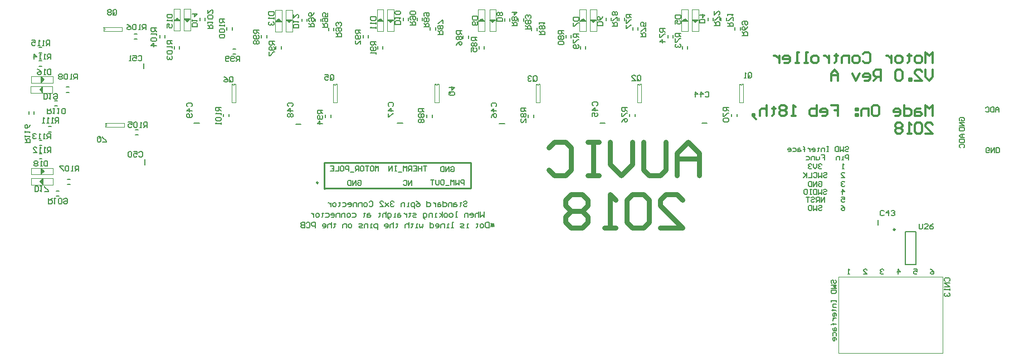
<source format=gbo>
G04 Layer_Color=32896*
%FSLAX24Y24*%
%MOIN*%
G70*
G01*
G75*
%ADD11C,0.0079*%
%ADD46C,0.0120*%
%ADD47C,0.0100*%
%ADD95C,0.0039*%
%ADD97C,0.0060*%
%ADD98C,0.0059*%
%ADD148C,0.0098*%
%ADD149C,0.0090*%
%ADD150C,0.0300*%
D11*
X53653Y24254D02*
Y24412D01*
X53968Y24254D02*
Y24412D01*
X62430Y17753D02*
Y18067D01*
X64036Y15407D02*
X64666D01*
X64036Y17376D02*
X64666D01*
Y15407D02*
Y17376D01*
X64036Y15407D02*
Y17376D01*
X53850Y29451D02*
Y29609D01*
X54165Y29451D02*
Y29609D01*
X53023Y30002D02*
Y30160D01*
X53338Y30002D02*
Y30160D01*
X52236Y30002D02*
Y30160D01*
X52551Y30002D02*
Y30160D01*
X50701Y28309D02*
Y28467D01*
X51016Y28309D02*
Y28467D01*
X49834Y28979D02*
Y29136D01*
X50149Y28979D02*
Y29136D01*
X47551Y24254D02*
Y24412D01*
X47866Y24254D02*
Y24412D01*
X45779Y23860D02*
X46094D01*
X47748Y29451D02*
Y29609D01*
X48063Y29451D02*
Y29609D01*
X46921Y30002D02*
Y30160D01*
X47236Y30002D02*
Y30160D01*
X46134Y30002D02*
Y30160D01*
X46449Y30002D02*
Y30160D01*
X44598Y28309D02*
Y28467D01*
X44913Y28309D02*
Y28467D01*
X43732Y28979D02*
Y29136D01*
X44047Y28979D02*
Y29136D01*
X41488Y24215D02*
Y24372D01*
X41803Y24215D02*
Y24372D01*
X41685Y29412D02*
Y29569D01*
X42000Y29412D02*
Y29569D01*
X40897Y29963D02*
Y30120D01*
X41212Y29963D02*
Y30120D01*
X40071Y29963D02*
Y30120D01*
X40386Y29963D02*
Y30120D01*
X38535Y28309D02*
Y28467D01*
X38850Y28309D02*
Y28467D01*
X39756Y23821D02*
X40071D01*
X37590Y28939D02*
Y29097D01*
X37905Y28939D02*
Y29097D01*
X35622Y29451D02*
Y29609D01*
X35937Y29451D02*
Y29609D01*
X34834Y30002D02*
Y30160D01*
X35149Y30002D02*
Y30160D01*
X34008Y30002D02*
Y30160D01*
X34323Y30002D02*
Y30160D01*
X32472Y28309D02*
Y28467D01*
X32787Y28309D02*
Y28467D01*
X31606Y28979D02*
Y29136D01*
X31921Y28979D02*
Y29136D01*
X35425Y24215D02*
Y24372D01*
X35740Y24215D02*
Y24372D01*
X33653Y23860D02*
X33968D01*
X29349Y24211D02*
Y24369D01*
X29664Y24211D02*
Y24369D01*
X27577Y23818D02*
X27892D01*
X28758Y29959D02*
Y30117D01*
X29073Y29959D02*
Y30117D01*
X29545Y29408D02*
Y29566D01*
X29860Y29408D02*
Y29566D01*
X27931Y29959D02*
Y30117D01*
X28246Y29959D02*
Y30117D01*
X26396Y28306D02*
Y28463D01*
X26711Y28306D02*
Y28463D01*
X25530Y28975D02*
Y29133D01*
X25845Y28975D02*
Y29133D01*
X21488Y23860D02*
X21803D01*
X23260Y24254D02*
Y24412D01*
X23575Y24254D02*
Y24412D01*
X23811Y28307D02*
X23969D01*
X23811Y27993D02*
X23969D01*
X23456Y29451D02*
Y29608D01*
X23771Y29451D02*
Y29608D01*
X21842Y30002D02*
Y30160D01*
X22157Y30002D02*
Y30160D01*
X20307Y28309D02*
Y28467D01*
X20622Y28309D02*
Y28467D01*
X19441Y28979D02*
Y29136D01*
X19756Y28979D02*
Y29136D01*
X17914Y28901D02*
X18072D01*
X17914Y29216D02*
X18072D01*
X18465Y27130D02*
Y27444D01*
X12206Y28071D02*
X12364D01*
X12206Y28386D02*
X12364D01*
X12206Y27284D02*
X12364D01*
X12206Y27599D02*
X12364D01*
X17985Y23154D02*
X18142D01*
X17985Y23469D02*
X18142D01*
X18536Y21382D02*
Y21697D01*
X11613Y24411D02*
Y24569D01*
X11927Y24411D02*
Y24569D01*
X13161Y24893D02*
X13319D01*
X13161Y25207D02*
X13319D01*
X12788Y23351D02*
X12945D01*
X12788Y23666D02*
X12945D01*
X12237Y22524D02*
X12394D01*
X12237Y22839D02*
X12394D01*
X12237Y21737D02*
X12394D01*
X12237Y22051D02*
X12394D01*
X13261Y19493D02*
X13419D01*
X13261Y19807D02*
X13419D01*
X13930Y20201D02*
X14087D01*
X13930Y20516D02*
X14087D01*
X13860Y25709D02*
X14017D01*
X13860Y26024D02*
X14017D01*
X51882Y23860D02*
X52197D01*
D46*
X12341Y25870D02*
X12370Y25840D01*
X50828Y30012D02*
X50858Y30042D01*
X44726Y30012D02*
X44756Y30042D01*
X38663Y30012D02*
X38693Y30042D01*
X32600Y30012D02*
X32630Y30042D01*
X26524Y30009D02*
X26553Y30038D01*
X20435Y30051D02*
X20464Y30081D01*
X12355Y20359D02*
X12384Y20329D01*
X51488Y29963D02*
X51517Y29992D01*
X45386Y29963D02*
X45415Y29992D01*
X39362Y29963D02*
X39392Y29992D01*
X33260Y29963D02*
X33289Y29992D01*
X27183Y29959D02*
X27213Y29989D01*
X21094Y30002D02*
X21124Y30032D01*
X12420Y26510D02*
X12449Y26480D01*
X12404Y21018D02*
X12434Y20989D01*
X65680Y27473D02*
Y28113D01*
X65467Y27900D01*
X65253Y28113D01*
Y27473D01*
X64934D02*
X64720D01*
X64614Y27580D01*
Y27793D01*
X64720Y27900D01*
X64934D01*
X65040Y27793D01*
Y27580D01*
X64934Y27473D01*
X64294Y28006D02*
Y27900D01*
X64400D01*
X64187D01*
X64294D01*
Y27580D01*
X64187Y27473D01*
X63761D02*
X63547D01*
X63441Y27580D01*
Y27793D01*
X63547Y27900D01*
X63761D01*
X63867Y27793D01*
Y27580D01*
X63761Y27473D01*
X63227Y27900D02*
Y27473D01*
Y27686D01*
X63121Y27793D01*
X63014Y27900D01*
X62908D01*
X61521Y28006D02*
X61628Y28113D01*
X61841D01*
X61948Y28006D01*
Y27580D01*
X61841Y27473D01*
X61628D01*
X61521Y27580D01*
X61201Y27473D02*
X60988D01*
X60882Y27580D01*
Y27793D01*
X60988Y27900D01*
X61201D01*
X61308Y27793D01*
Y27580D01*
X61201Y27473D01*
X60668D02*
Y27900D01*
X60348D01*
X60242Y27793D01*
Y27473D01*
X59922Y28006D02*
Y27900D01*
X60029D01*
X59815D01*
X59922D01*
Y27580D01*
X59815Y27473D01*
X59495Y27900D02*
Y27473D01*
Y27686D01*
X59389Y27793D01*
X59282Y27900D01*
X59175D01*
X58749Y27473D02*
X58536D01*
X58429Y27580D01*
Y27793D01*
X58536Y27900D01*
X58749D01*
X58856Y27793D01*
Y27580D01*
X58749Y27473D01*
X58216D02*
X58002D01*
X58109D01*
Y28113D01*
X58216D01*
X57683Y27473D02*
X57469D01*
X57576D01*
Y28113D01*
X57683D01*
X56830Y27473D02*
X57043D01*
X57149Y27580D01*
Y27793D01*
X57043Y27900D01*
X56830D01*
X56723Y27793D01*
Y27686D01*
X57149D01*
X56510Y27900D02*
Y27473D01*
Y27686D01*
X56403Y27793D01*
X56296Y27900D01*
X56190D01*
X65680Y27057D02*
Y26631D01*
X65467Y26417D01*
X65253Y26631D01*
Y27057D01*
X64614Y26417D02*
X65040D01*
X64614Y26844D01*
Y26950D01*
X64720Y27057D01*
X64934D01*
X65040Y26950D01*
X64400Y26417D02*
Y26524D01*
X64294D01*
Y26417D01*
X64400D01*
X63867Y26950D02*
X63761Y27057D01*
X63547D01*
X63441Y26950D01*
Y26524D01*
X63547Y26417D01*
X63761D01*
X63867Y26524D01*
Y26950D01*
X62588Y26417D02*
Y27057D01*
X62268D01*
X62161Y26950D01*
Y26737D01*
X62268Y26631D01*
X62588D01*
X62374D02*
X62161Y26417D01*
X61628D02*
X61841D01*
X61948Y26524D01*
Y26737D01*
X61841Y26844D01*
X61628D01*
X61521Y26737D01*
Y26631D01*
X61948D01*
X61308Y26844D02*
X61095Y26417D01*
X60882Y26844D01*
X60029Y26417D02*
Y26844D01*
X59815Y27057D01*
X59602Y26844D01*
Y26417D01*
Y26737D01*
X60029D01*
X65680Y24306D02*
Y24946D01*
X65467Y24732D01*
X65253Y24946D01*
Y24306D01*
X64934Y24732D02*
X64720D01*
X64614Y24626D01*
Y24306D01*
X64934D01*
X65040Y24412D01*
X64934Y24519D01*
X64614D01*
X63974Y24946D02*
Y24306D01*
X64294D01*
X64400Y24412D01*
Y24626D01*
X64294Y24732D01*
X63974D01*
X63441Y24306D02*
X63654D01*
X63761Y24412D01*
Y24626D01*
X63654Y24732D01*
X63441D01*
X63334Y24626D01*
Y24519D01*
X63761D01*
X62161Y24946D02*
X62374D01*
X62481Y24839D01*
Y24412D01*
X62374Y24306D01*
X62161D01*
X62055Y24412D01*
Y24839D01*
X62161Y24946D01*
X61841Y24306D02*
Y24732D01*
X61521D01*
X61415Y24626D01*
Y24306D01*
X61201Y24732D02*
X61095D01*
Y24626D01*
X61201D01*
Y24732D01*
Y24412D02*
X61095D01*
Y24306D01*
X61201D01*
Y24412D01*
X59602Y24946D02*
X60029D01*
Y24626D01*
X59815D01*
X60029D01*
Y24306D01*
X59069D02*
X59282D01*
X59389Y24412D01*
Y24626D01*
X59282Y24732D01*
X59069D01*
X58962Y24626D01*
Y24519D01*
X59389D01*
X58749Y24946D02*
Y24306D01*
X58429D01*
X58322Y24412D01*
Y24519D01*
Y24626D01*
X58429Y24732D01*
X58749D01*
X57469Y24306D02*
X57256D01*
X57363D01*
Y24946D01*
X57469Y24839D01*
X56936D02*
X56830Y24946D01*
X56616D01*
X56510Y24839D01*
Y24732D01*
X56616Y24626D01*
X56510Y24519D01*
Y24412D01*
X56616Y24306D01*
X56830D01*
X56936Y24412D01*
Y24519D01*
X56830Y24626D01*
X56936Y24732D01*
Y24839D01*
X56830Y24626D02*
X56616D01*
X56190Y24839D02*
Y24732D01*
X56296D01*
X56083D01*
X56190D01*
Y24412D01*
X56083Y24306D01*
X55763Y24946D02*
Y24306D01*
Y24626D01*
X55657Y24732D01*
X55443D01*
X55337Y24626D01*
Y24306D01*
X55017Y24199D02*
X54910Y24306D01*
Y24412D01*
X55017D01*
Y24306D01*
X54910D01*
X55017Y24199D01*
X55123Y24092D01*
X65253Y23250D02*
X65680D01*
X65253Y23677D01*
Y23783D01*
X65360Y23890D01*
X65573D01*
X65680Y23783D01*
X65040D02*
X64934Y23890D01*
X64720D01*
X64614Y23783D01*
Y23357D01*
X64720Y23250D01*
X64934D01*
X65040Y23357D01*
Y23783D01*
X64400Y23250D02*
X64187D01*
X64294D01*
Y23890D01*
X64400Y23783D01*
X63867D02*
X63761Y23890D01*
X63547D01*
X63441Y23783D01*
Y23677D01*
X63547Y23570D01*
X63441Y23463D01*
Y23357D01*
X63547Y23250D01*
X63761D01*
X63867Y23357D01*
Y23463D01*
X63761Y23570D01*
X63867Y23677D01*
Y23783D01*
X63761Y23570D02*
X63547D01*
D47*
X59860Y14090D02*
G03*
X59860Y14090I-50J0D01*
G01*
X28920Y20300D02*
G03*
X28920Y20300I-50J0D01*
G01*
X29280Y21500D02*
X38040D01*
Y19970D02*
Y21500D01*
X29300Y19970D02*
X38040D01*
X29280Y19950D02*
X29300Y19970D01*
X29280Y19950D02*
Y21500D01*
D95*
X48048Y26213D02*
G03*
X48235Y26213I93J0D01*
G01*
X41985D02*
G03*
X42172Y26213I93J0D01*
G01*
X35922D02*
G03*
X36109Y26213I93J0D01*
G01*
X29846Y26209D02*
G03*
X30033Y26209I93J0D01*
G01*
X23757Y26213D02*
G03*
X23944Y26213I93J0D01*
G01*
X16074Y29398D02*
G03*
X16074Y29585I0J93D01*
G01*
X16184Y23651D02*
G03*
X16184Y23838I0J93D01*
G01*
X54150Y26213D02*
G03*
X54337Y26213I93J0D01*
G01*
X13030Y25673D02*
Y25870D01*
X11730Y25673D02*
X13030D01*
X11730D02*
Y26067D01*
X13030D01*
Y25870D02*
Y26067D01*
X50858Y29353D02*
X51055D01*
Y30652D01*
X50661D02*
X51055D01*
X50661Y29353D02*
Y30652D01*
Y29353D02*
X50858D01*
X44559D02*
X44756D01*
X44559D02*
Y30652D01*
X44953D01*
Y29353D02*
Y30652D01*
X44756Y29353D02*
X44953D01*
X38693D02*
X38890D01*
Y30652D01*
X38496D02*
X38890D01*
X38496Y29353D02*
Y30652D01*
Y29353D02*
X38693D01*
X32433D02*
X32630D01*
X32433D02*
Y30652D01*
X32827D01*
Y29353D02*
Y30652D01*
X32630Y29353D02*
X32827D01*
X26553Y29349D02*
X26750D01*
Y30648D01*
X26356D02*
X26750D01*
X26356Y29349D02*
Y30648D01*
Y29349D02*
X26553D01*
X20267Y29392D02*
X20464D01*
X20267D02*
Y30691D01*
X20661D01*
Y29392D02*
Y30691D01*
X20464Y29392D02*
X20661D01*
X13044Y20359D02*
Y20555D01*
X11745D02*
X13044D01*
X11745Y20162D02*
Y20555D01*
Y20162D02*
X13044D01*
Y20359D01*
X51488Y30652D02*
X51685D01*
Y29353D02*
Y30652D01*
X51291Y29353D02*
X51685D01*
X51291D02*
Y30652D01*
X51488D01*
X45189D02*
X45386D01*
X45189Y29353D02*
Y30652D01*
Y29353D02*
X45582D01*
Y30652D01*
X45386D02*
X45582D01*
X39362D02*
X39559D01*
Y29353D02*
Y30652D01*
X39165Y29353D02*
X39559D01*
X39165D02*
Y30652D01*
X39362D01*
X33063D02*
X33260D01*
X33063Y29353D02*
Y30652D01*
Y29353D02*
X33456D01*
Y30652D01*
X33260D02*
X33456D01*
X27183Y30648D02*
X27380D01*
Y29349D02*
Y30648D01*
X26986Y29349D02*
X27380D01*
X26986D02*
Y30648D01*
X27183D01*
X20897Y30691D02*
X21094D01*
X20897Y29392D02*
Y30691D01*
Y29392D02*
X21291D01*
Y30691D01*
X21094D02*
X21291D01*
X11760Y26480D02*
Y26677D01*
X13060D01*
Y26283D02*
Y26677D01*
X11760Y26283D02*
X13060D01*
X11760D02*
Y26480D01*
X11745Y20792D02*
Y20989D01*
Y20792D02*
X13044D01*
Y21185D01*
X11745D02*
X13044D01*
X11745Y20989D02*
Y21185D01*
X66280Y10104D02*
Y14671D01*
X60059D02*
X66280D01*
X60059Y10104D02*
Y14671D01*
Y10104D02*
X66280D01*
X48023Y26213D02*
X48235D01*
X48048D02*
X48260D01*
Y25091D02*
Y26213D01*
X48023Y25091D02*
X48260D01*
X48023D02*
Y26213D01*
X41960D02*
X42172D01*
X41985D02*
X42197D01*
Y25091D02*
Y26213D01*
X41960Y25091D02*
X42197D01*
X41960D02*
Y26213D01*
X35897D02*
X36109D01*
X35922D02*
X36134D01*
Y25091D02*
Y26213D01*
X35897Y25091D02*
X36134D01*
X35897D02*
Y26213D01*
X29821Y26209D02*
X30033D01*
X29846D02*
X30057D01*
Y25087D02*
Y26209D01*
X29821Y25087D02*
X30057D01*
X29821D02*
Y26209D01*
X23732Y26213D02*
X23944D01*
X23757D02*
X23968D01*
Y25091D02*
Y26213D01*
X23732Y25091D02*
X23968D01*
X23732D02*
Y26213D01*
X16074Y29374D02*
Y29585D01*
Y29398D02*
Y29610D01*
X17196D01*
Y29374D02*
Y29610D01*
X16074Y29374D02*
X17196D01*
X16184Y23626D02*
Y23838D01*
Y23651D02*
Y23863D01*
X17306D01*
Y23626D02*
Y23863D01*
X16184Y23626D02*
X17306D01*
X54126Y26213D02*
X54337D01*
X54150D02*
X54362D01*
Y25091D02*
Y26213D01*
X54126Y25091D02*
X54362D01*
X54126D02*
Y26213D01*
D97*
X12272Y25880D02*
X12429Y26037D01*
X12272Y25870D02*
X12429Y25713D01*
Y26037D01*
X50701Y29953D02*
X51025D01*
X50701D02*
X50858Y30110D01*
X50868D02*
X51025Y29953D01*
X44766Y30110D02*
X44923Y29953D01*
X44598D02*
X44756Y30110D01*
X44598Y29953D02*
X44923D01*
X38535D02*
X38860D01*
X38535D02*
X38693Y30110D01*
X38703D02*
X38860Y29953D01*
X32640Y30110D02*
X32797Y29953D01*
X32472D02*
X32630Y30110D01*
X32472Y29953D02*
X32797D01*
X26396Y29950D02*
X26721D01*
X26396D02*
X26553Y30107D01*
X26563D02*
X26721Y29950D01*
X20474Y30150D02*
X20632Y29992D01*
X20307D02*
X20464Y30150D01*
X20307Y29992D02*
X20632D01*
X12443Y20201D02*
Y20526D01*
X12286Y20359D02*
X12443Y20201D01*
X12286Y20368D02*
X12443Y20526D01*
X51321Y30051D02*
X51478Y29894D01*
X51488D02*
X51645Y30051D01*
X51321D02*
X51645D01*
X45218D02*
X45543D01*
X45386Y29894D02*
X45543Y30051D01*
X45218D02*
X45376Y29894D01*
X39195Y30051D02*
X39352Y29894D01*
X39362D02*
X39519Y30051D01*
X39195D02*
X39519D01*
X33092D02*
X33417D01*
X33260Y29894D02*
X33417Y30051D01*
X33092D02*
X33250Y29894D01*
X27016Y30048D02*
X27173Y29890D01*
X27183D02*
X27341Y30048D01*
X27016D02*
X27341D01*
X20927Y30091D02*
X21252D01*
X21094Y29933D02*
X21252Y30091D01*
X20927D02*
X21084Y29933D01*
X12361Y26313D02*
X12518Y26470D01*
X12361Y26637D02*
X12518Y26480D01*
X12361Y26313D02*
Y26637D01*
X12345Y20821D02*
Y21146D01*
X12502Y20989D01*
X12345Y20821D02*
X12502Y20979D01*
X37615Y19146D02*
X37669Y19199D01*
X37775D01*
X37829Y19146D01*
Y19093D01*
X37775Y19040D01*
X37669D01*
X37615Y18986D01*
Y18933D01*
X37669Y18880D01*
X37775D01*
X37829Y18933D01*
X37455Y19146D02*
Y19093D01*
X37509D01*
X37402D01*
X37455D01*
Y18933D01*
X37402Y18880D01*
X37189Y19093D02*
X37082D01*
X37029Y19040D01*
Y18880D01*
X37189D01*
X37242Y18933D01*
X37189Y18986D01*
X37029D01*
X36922Y18880D02*
Y19093D01*
X36762D01*
X36709Y19040D01*
Y18880D01*
X36389Y19199D02*
Y18880D01*
X36549D01*
X36602Y18933D01*
Y19040D01*
X36549Y19093D01*
X36389D01*
X36229D02*
X36123D01*
X36069Y19040D01*
Y18880D01*
X36229D01*
X36282Y18933D01*
X36229Y18986D01*
X36069D01*
X35963Y19093D02*
Y18880D01*
Y18986D01*
X35909Y19040D01*
X35856Y19093D01*
X35803D01*
X35429Y19199D02*
Y18880D01*
X35589D01*
X35643Y18933D01*
Y19040D01*
X35589Y19093D01*
X35429D01*
X34790Y19199D02*
X34896Y19146D01*
X35003Y19040D01*
Y18933D01*
X34950Y18880D01*
X34843D01*
X34790Y18933D01*
Y18986D01*
X34843Y19040D01*
X35003D01*
X34683Y18773D02*
Y19093D01*
X34523D01*
X34470Y19040D01*
Y18933D01*
X34523Y18880D01*
X34683D01*
X34363D02*
X34256D01*
X34310D01*
Y19093D01*
X34363D01*
X34097Y18880D02*
Y19093D01*
X33937D01*
X33883Y19040D01*
Y18880D01*
X33457Y19146D02*
X33403Y19199D01*
X33297D01*
X33243Y19146D01*
Y19093D01*
X33297Y19040D01*
X33350D01*
X33297D01*
X33243Y18986D01*
Y18933D01*
X33297Y18880D01*
X33403D01*
X33457Y18933D01*
X33137Y19093D02*
X32924Y18880D01*
X33030Y18986D01*
X32924Y19093D01*
X33137Y18880D01*
X32604D02*
X32817D01*
X32604Y19093D01*
Y19146D01*
X32657Y19199D01*
X32764D01*
X32817Y19146D01*
X31964D02*
X32017Y19199D01*
X32124D01*
X32177Y19146D01*
Y18933D01*
X32124Y18880D01*
X32017D01*
X31964Y18933D01*
X31804Y18880D02*
X31697D01*
X31644Y18933D01*
Y19040D01*
X31697Y19093D01*
X31804D01*
X31857Y19040D01*
Y18933D01*
X31804Y18880D01*
X31537D02*
Y19093D01*
X31377D01*
X31324Y19040D01*
Y18880D01*
X31217D02*
Y19093D01*
X31058D01*
X31004Y19040D01*
Y18880D01*
X30738D02*
X30844D01*
X30898Y18933D01*
Y19040D01*
X30844Y19093D01*
X30738D01*
X30684Y19040D01*
Y18986D01*
X30898D01*
X30364Y19093D02*
X30524D01*
X30578Y19040D01*
Y18933D01*
X30524Y18880D01*
X30364D01*
X30204Y19146D02*
Y19093D01*
X30258D01*
X30151D01*
X30204D01*
Y18933D01*
X30151Y18880D01*
X29938D02*
X29831D01*
X29778Y18933D01*
Y19040D01*
X29831Y19093D01*
X29938D01*
X29991Y19040D01*
Y18933D01*
X29938Y18880D01*
X29671Y19093D02*
Y18880D01*
Y18986D01*
X29618Y19040D01*
X29565Y19093D01*
X29511D01*
X38842Y18565D02*
Y18245D01*
X38735Y18352D01*
X38628Y18245D01*
Y18565D01*
X38522D02*
Y18245D01*
Y18405D01*
X38468Y18458D01*
X38362D01*
X38309Y18405D01*
Y18245D01*
X38042D02*
X38149D01*
X38202Y18298D01*
Y18405D01*
X38149Y18458D01*
X38042D01*
X37989Y18405D01*
Y18352D01*
X38202D01*
X37882Y18245D02*
Y18458D01*
X37722D01*
X37669Y18405D01*
Y18245D01*
X37242D02*
X37136D01*
X37189D01*
Y18565D01*
X37242D01*
X36922Y18245D02*
X36816D01*
X36762Y18298D01*
Y18405D01*
X36816Y18458D01*
X36922D01*
X36976Y18405D01*
Y18298D01*
X36922Y18245D01*
X36602D02*
X36496D01*
X36442Y18298D01*
Y18405D01*
X36496Y18458D01*
X36602D01*
X36656Y18405D01*
Y18298D01*
X36602Y18245D01*
X36336D02*
Y18565D01*
Y18352D02*
X36176Y18458D01*
X36336Y18352D02*
X36176Y18245D01*
X36016D02*
X35909D01*
X35963D01*
Y18458D01*
X36016D01*
X35749Y18245D02*
Y18458D01*
X35589D01*
X35536Y18405D01*
Y18245D01*
X35323Y18138D02*
X35269D01*
X35216Y18192D01*
Y18458D01*
X35376D01*
X35429Y18405D01*
Y18298D01*
X35376Y18245D01*
X35216D01*
X34790D02*
X34630D01*
X34576Y18298D01*
X34630Y18352D01*
X34736D01*
X34790Y18405D01*
X34736Y18458D01*
X34576D01*
X34416Y18512D02*
Y18458D01*
X34470D01*
X34363D01*
X34416D01*
Y18298D01*
X34363Y18245D01*
X34203Y18458D02*
Y18245D01*
Y18352D01*
X34150Y18405D01*
X34097Y18458D01*
X34043D01*
X33830D02*
X33723D01*
X33670Y18405D01*
Y18245D01*
X33830D01*
X33883Y18298D01*
X33830Y18352D01*
X33670D01*
X33563Y18245D02*
X33457D01*
X33510D01*
Y18458D01*
X33563D01*
X33190Y18138D02*
X33137D01*
X33084Y18192D01*
Y18458D01*
X33243D01*
X33297Y18405D01*
Y18298D01*
X33243Y18245D01*
X33084D01*
X32977Y18565D02*
Y18245D01*
Y18405D01*
X32924Y18458D01*
X32817D01*
X32764Y18405D01*
Y18245D01*
X32604Y18512D02*
Y18458D01*
X32657D01*
X32550D01*
X32604D01*
Y18298D01*
X32550Y18245D01*
X32017Y18458D02*
X31911D01*
X31857Y18405D01*
Y18245D01*
X32017D01*
X32071Y18298D01*
X32017Y18352D01*
X31857D01*
X31697Y18512D02*
Y18458D01*
X31751D01*
X31644D01*
X31697D01*
Y18298D01*
X31644Y18245D01*
X30951Y18458D02*
X31111D01*
X31164Y18405D01*
Y18298D01*
X31111Y18245D01*
X30951D01*
X30791D02*
X30684D01*
X30631Y18298D01*
Y18405D01*
X30684Y18458D01*
X30791D01*
X30844Y18405D01*
Y18298D01*
X30791Y18245D01*
X30524D02*
Y18458D01*
X30364D01*
X30311Y18405D01*
Y18245D01*
X30204D02*
Y18458D01*
X30045D01*
X29991Y18405D01*
Y18245D01*
X29725D02*
X29831D01*
X29885Y18298D01*
Y18405D01*
X29831Y18458D01*
X29725D01*
X29671Y18405D01*
Y18352D01*
X29885D01*
X29351Y18458D02*
X29511D01*
X29565Y18405D01*
Y18298D01*
X29511Y18245D01*
X29351D01*
X29191Y18512D02*
Y18458D01*
X29245D01*
X29138D01*
X29191D01*
Y18298D01*
X29138Y18245D01*
X28925D02*
X28818D01*
X28765Y18298D01*
Y18405D01*
X28818Y18458D01*
X28925D01*
X28978Y18405D01*
Y18298D01*
X28925Y18245D01*
X28658Y18458D02*
Y18245D01*
Y18352D01*
X28605Y18405D01*
X28552Y18458D01*
X28498D01*
X39455Y17877D02*
X39242Y17664D01*
X39455D02*
X39242Y17877D01*
X39455Y17771D02*
X39242D01*
X39348Y17664D02*
Y17877D01*
X39135Y17930D02*
Y17611D01*
X38975D01*
X38922Y17664D01*
Y17877D01*
X38975Y17930D01*
X39135D01*
X38762Y17611D02*
X38655D01*
X38602Y17664D01*
Y17771D01*
X38655Y17824D01*
X38762D01*
X38815Y17771D01*
Y17664D01*
X38762Y17611D01*
X38442Y17877D02*
Y17824D01*
X38495D01*
X38388D01*
X38442D01*
Y17664D01*
X38388Y17611D01*
X37909D02*
X37802D01*
X37855D01*
Y17824D01*
X37909D01*
X37642Y17611D02*
X37482D01*
X37429Y17664D01*
X37482Y17717D01*
X37589D01*
X37642Y17771D01*
X37589Y17824D01*
X37429D01*
X37002Y17611D02*
X36896D01*
X36949D01*
Y17930D01*
X37002D01*
X36736Y17611D02*
X36629D01*
X36682D01*
Y17824D01*
X36736D01*
X36469Y17611D02*
Y17824D01*
X36309D01*
X36256Y17771D01*
Y17611D01*
X35989D02*
X36096D01*
X36149Y17664D01*
Y17771D01*
X36096Y17824D01*
X35989D01*
X35936Y17771D01*
Y17717D01*
X36149D01*
X35616Y17930D02*
Y17611D01*
X35776D01*
X35829Y17664D01*
Y17771D01*
X35776Y17824D01*
X35616D01*
X35190D02*
Y17664D01*
X35136Y17611D01*
X35083Y17664D01*
X35030Y17611D01*
X34976Y17664D01*
Y17824D01*
X34870Y17611D02*
X34763D01*
X34816D01*
Y17824D01*
X34870D01*
X34550Y17877D02*
Y17824D01*
X34603D01*
X34496D01*
X34550D01*
Y17664D01*
X34496Y17611D01*
X34336Y17930D02*
Y17611D01*
Y17771D01*
X34283Y17824D01*
X34177D01*
X34123Y17771D01*
Y17611D01*
X33643Y17877D02*
Y17824D01*
X33697D01*
X33590D01*
X33643D01*
Y17664D01*
X33590Y17611D01*
X33430Y17930D02*
Y17611D01*
Y17771D01*
X33377Y17824D01*
X33270D01*
X33217Y17771D01*
Y17611D01*
X32950D02*
X33057D01*
X33110Y17664D01*
Y17771D01*
X33057Y17824D01*
X32950D01*
X32897Y17771D01*
Y17717D01*
X33110D01*
X32470Y17504D02*
Y17824D01*
X32310D01*
X32257Y17771D01*
Y17664D01*
X32310Y17611D01*
X32470D01*
X32150D02*
X32044D01*
X32097D01*
Y17824D01*
X32150D01*
X31884Y17611D02*
Y17824D01*
X31724D01*
X31671Y17771D01*
Y17611D01*
X31564D02*
X31404D01*
X31351Y17664D01*
X31404Y17717D01*
X31511D01*
X31564Y17771D01*
X31511Y17824D01*
X31351D01*
X30871Y17611D02*
X30764D01*
X30711Y17664D01*
Y17771D01*
X30764Y17824D01*
X30871D01*
X30924Y17771D01*
Y17664D01*
X30871Y17611D01*
X30604D02*
Y17824D01*
X30444D01*
X30391Y17771D01*
Y17611D01*
X29911Y17877D02*
Y17824D01*
X29965D01*
X29858D01*
X29911D01*
Y17664D01*
X29858Y17611D01*
X29698Y17930D02*
Y17611D01*
Y17771D01*
X29645Y17824D01*
X29538D01*
X29485Y17771D01*
Y17611D01*
X29218D02*
X29325D01*
X29378Y17664D01*
Y17771D01*
X29325Y17824D01*
X29218D01*
X29165Y17771D01*
Y17717D01*
X29378D01*
X28738Y17611D02*
Y17930D01*
X28578D01*
X28525Y17877D01*
Y17771D01*
X28578Y17717D01*
X28738D01*
X28205Y17877D02*
X28258Y17930D01*
X28365D01*
X28418Y17877D01*
Y17664D01*
X28365Y17611D01*
X28258D01*
X28205Y17664D01*
X28098Y17930D02*
Y17611D01*
X27939D01*
X27885Y17664D01*
Y17717D01*
X27939Y17771D01*
X28098D01*
X27939D01*
X27885Y17824D01*
Y17877D01*
X27939Y17930D01*
X28098D01*
X66433Y14397D02*
X66380Y14450D01*
Y14557D01*
X66433Y14610D01*
X66647D01*
X66700Y14557D01*
Y14450D01*
X66647Y14397D01*
X66700Y14290D02*
X66380D01*
X66700Y14077D01*
X66380D01*
X66700Y13970D02*
Y13864D01*
Y13917D01*
X66380D01*
X66433Y13970D01*
Y13704D02*
X66380Y13650D01*
Y13544D01*
X66433Y13490D01*
X66487D01*
X66540Y13544D01*
Y13597D01*
Y13544D01*
X66593Y13490D01*
X66647D01*
X66700Y13544D01*
Y13650D01*
X66647Y13704D01*
X53470Y24800D02*
X53150D01*
Y24640D01*
X53203Y24587D01*
X53310D01*
X53363Y24640D01*
Y24800D01*
Y24693D02*
X53470Y24587D01*
X53150Y24480D02*
Y24267D01*
X53203D01*
X53417Y24480D01*
X53470D01*
X53203Y24160D02*
X53150Y24107D01*
Y24000D01*
X53203Y23947D01*
X53417D01*
X53470Y24000D01*
Y24107D01*
X53417Y24160D01*
X53203D01*
X62773Y18597D02*
X62720Y18650D01*
X62613D01*
X62560Y18597D01*
Y18383D01*
X62613Y18330D01*
X62720D01*
X62773Y18383D01*
X63040Y18330D02*
Y18650D01*
X62880Y18490D01*
X63093D01*
X63200Y18597D02*
X63253Y18650D01*
X63360D01*
X63413Y18597D01*
Y18543D01*
X63360Y18490D01*
X63306D01*
X63360D01*
X63413Y18437D01*
Y18383D01*
X63360Y18330D01*
X63253D01*
X63200Y18383D01*
X64870Y17850D02*
Y17583D01*
X64923Y17530D01*
X65030D01*
X65083Y17583D01*
Y17850D01*
X65403Y17530D02*
X65190D01*
X65403Y17743D01*
Y17797D01*
X65350Y17850D01*
X65243D01*
X65190Y17797D01*
X65723Y17850D02*
X65616Y17797D01*
X65510Y17690D01*
Y17583D01*
X65563Y17530D01*
X65670D01*
X65723Y17583D01*
Y17637D01*
X65670Y17690D01*
X65510D01*
X54290Y29110D02*
X54610D01*
Y29270D01*
X54557Y29323D01*
X54450D01*
X54397Y29270D01*
Y29110D01*
Y29217D02*
X54290Y29323D01*
X54610Y29643D02*
X54557Y29537D01*
X54450Y29430D01*
X54343D01*
X54290Y29483D01*
Y29590D01*
X54343Y29643D01*
X54397D01*
X54450Y29590D01*
Y29430D01*
X54343Y29750D02*
X54290Y29803D01*
Y29910D01*
X54343Y29963D01*
X54557D01*
X54610Y29910D01*
Y29803D01*
X54557Y29750D01*
X54503D01*
X54450Y29803D01*
Y29963D01*
X53430Y29670D02*
X53750D01*
Y29830D01*
X53697Y29883D01*
X53590D01*
X53537Y29830D01*
Y29670D01*
Y29777D02*
X53430Y29883D01*
X53750Y29990D02*
Y30203D01*
X53697D01*
X53483Y29990D01*
X53430D01*
Y30310D02*
Y30416D01*
Y30363D01*
X53750D01*
X53697Y30310D01*
X52620Y29710D02*
X52940D01*
Y29870D01*
X52887Y29923D01*
X52780D01*
X52727Y29870D01*
Y29710D01*
Y29817D02*
X52620Y29923D01*
X52940Y30030D02*
Y30243D01*
X52887D01*
X52673Y30030D01*
X52620D01*
Y30563D02*
Y30350D01*
X52833Y30563D01*
X52887D01*
X52940Y30510D01*
Y30403D01*
X52887Y30350D01*
X52060Y29860D02*
X51740D01*
Y30020D01*
X51793Y30073D01*
X52007D01*
X52060Y30020D01*
Y29860D01*
X51740Y30340D02*
X52060D01*
X51900Y30180D01*
Y30393D01*
X50280Y30330D02*
X50600D01*
Y30170D01*
X50547Y30117D01*
X50333D01*
X50280Y30170D01*
Y30330D01*
Y29797D02*
Y30010D01*
X50440D01*
X50387Y29903D01*
Y29850D01*
X50440Y29797D01*
X50547D01*
X50600Y29850D01*
Y29957D01*
X50547Y30010D01*
X50610Y29240D02*
X50290D01*
Y29080D01*
X50343Y29027D01*
X50450D01*
X50503Y29080D01*
Y29240D01*
Y29133D02*
X50610Y29027D01*
X50290Y28920D02*
Y28707D01*
X50343D01*
X50557Y28920D01*
X50610D01*
X50343Y28600D02*
X50290Y28547D01*
Y28440D01*
X50343Y28387D01*
X50397D01*
X50450Y28440D01*
Y28494D01*
Y28440D01*
X50503Y28387D01*
X50557D01*
X50610Y28440D01*
Y28547D01*
X50557Y28600D01*
X49670Y29520D02*
X49350D01*
Y29360D01*
X49403Y29307D01*
X49510D01*
X49563Y29360D01*
Y29520D01*
Y29413D02*
X49670Y29307D01*
X49350Y29200D02*
Y28987D01*
X49403D01*
X49617Y29200D01*
X49670D01*
Y28720D02*
X49350D01*
X49510Y28880D01*
Y28667D01*
X48017Y26463D02*
Y26677D01*
X48070Y26730D01*
X48177D01*
X48230Y26677D01*
Y26463D01*
X48177Y26410D01*
X48070D01*
X48123Y26517D02*
X48017Y26410D01*
X48070D02*
X48017Y26463D01*
X47697Y26410D02*
X47910D01*
X47697Y26623D01*
Y26677D01*
X47750Y26730D01*
X47857D01*
X47910Y26677D01*
X47400Y24790D02*
X47080D01*
Y24630D01*
X47133Y24577D01*
X47240D01*
X47293Y24630D01*
Y24790D01*
Y24683D02*
X47400Y24577D01*
X47080Y24470D02*
Y24257D01*
X47133D01*
X47347Y24470D01*
X47400D01*
X47080Y23937D02*
X47133Y24044D01*
X47240Y24150D01*
X47347D01*
X47400Y24097D01*
Y23990D01*
X47347Y23937D01*
X47293D01*
X47240Y23990D01*
Y24150D01*
X45383Y24907D02*
X45330Y24960D01*
Y25067D01*
X45383Y25120D01*
X45597D01*
X45650Y25067D01*
Y24960D01*
X45597Y24907D01*
X45650Y24640D02*
X45330D01*
X45490Y24800D01*
Y24587D01*
X45330Y24267D02*
Y24480D01*
X45490D01*
X45437Y24374D01*
Y24320D01*
X45490Y24267D01*
X45597D01*
X45650Y24320D01*
Y24427D01*
X45597Y24480D01*
X48200Y29040D02*
X48520D01*
Y29200D01*
X48467Y29253D01*
X48360D01*
X48307Y29200D01*
Y29040D01*
Y29147D02*
X48200Y29253D01*
X48520Y29360D02*
Y29573D01*
X48467D01*
X48253Y29360D01*
X48200D01*
X48520Y29893D02*
Y29680D01*
X48360D01*
X48413Y29786D01*
Y29840D01*
X48360Y29893D01*
X48253D01*
X48200Y29840D01*
Y29733D01*
X48253Y29680D01*
X47660Y30380D02*
X47340D01*
Y30220D01*
X47393Y30167D01*
X47500D01*
X47553Y30220D01*
Y30380D01*
Y30273D02*
X47660Y30167D01*
X47340Y30060D02*
Y29847D01*
X47393D01*
X47607Y30060D01*
X47660D01*
X47340Y29740D02*
Y29527D01*
X47393D01*
X47607Y29740D01*
X47660D01*
X46510Y29680D02*
X46830D01*
Y29840D01*
X46777Y29893D01*
X46670D01*
X46617Y29840D01*
Y29680D01*
Y29787D02*
X46510Y29893D01*
X46830Y30000D02*
Y30213D01*
X46777D01*
X46563Y30000D01*
X46510D01*
X46777Y30320D02*
X46830Y30373D01*
Y30480D01*
X46777Y30533D01*
X46723D01*
X46670Y30480D01*
X46617Y30533D01*
X46563D01*
X46510Y30480D01*
Y30373D01*
X46563Y30320D01*
X46617D01*
X46670Y30373D01*
X46723Y30320D01*
X46777D01*
X46670Y30373D02*
Y30480D01*
X45940Y29710D02*
X45620D01*
Y29870D01*
X45673Y29923D01*
X45887D01*
X45940Y29870D01*
Y29710D01*
Y30243D02*
X45887Y30137D01*
X45780Y30030D01*
X45673D01*
X45620Y30083D01*
Y30190D01*
X45673Y30243D01*
X45727D01*
X45780Y30190D01*
Y30030D01*
X44190Y30190D02*
X44510D01*
Y30030D01*
X44457Y29977D01*
X44243D01*
X44190Y30030D01*
Y30190D01*
Y29870D02*
Y29657D01*
X44243D01*
X44457Y29870D01*
X44510D01*
X44500Y29200D02*
X44180D01*
Y29040D01*
X44233Y28987D01*
X44340D01*
X44393Y29040D01*
Y29200D01*
Y29093D02*
X44500Y28987D01*
X44180Y28880D02*
Y28667D01*
X44233D01*
X44447Y28880D01*
X44500D01*
X44447Y28560D02*
X44500Y28507D01*
Y28400D01*
X44447Y28347D01*
X44233D01*
X44180Y28400D01*
Y28507D01*
X44233Y28560D01*
X44287D01*
X44340Y28507D01*
Y28347D01*
X43600Y29410D02*
X43280D01*
Y29250D01*
X43333Y29197D01*
X43440D01*
X43493Y29250D01*
Y29410D01*
Y29303D02*
X43600Y29197D01*
X43333Y29090D02*
X43280Y29037D01*
Y28930D01*
X43333Y28877D01*
X43387D01*
X43440Y28930D01*
X43493Y28877D01*
X43547D01*
X43600Y28930D01*
Y29037D01*
X43547Y29090D01*
X43493D01*
X43440Y29037D01*
X43387Y29090D01*
X43333D01*
X43440Y29037D02*
Y28930D01*
X43333Y28770D02*
X43280Y28717D01*
Y28610D01*
X43333Y28557D01*
X43547D01*
X43600Y28610D01*
Y28717D01*
X43547Y28770D01*
X43333D01*
X41787Y26423D02*
Y26637D01*
X41840Y26690D01*
X41947D01*
X42000Y26637D01*
Y26423D01*
X41947Y26370D01*
X41840D01*
X41893Y26477D02*
X41787Y26370D01*
X41840D02*
X41787Y26423D01*
X41680Y26637D02*
X41627Y26690D01*
X41520D01*
X41467Y26637D01*
Y26583D01*
X41520Y26530D01*
X41573D01*
X41520D01*
X41467Y26477D01*
Y26423D01*
X41520Y26370D01*
X41627D01*
X41680Y26423D01*
X41360Y24770D02*
X41040D01*
Y24610D01*
X41093Y24557D01*
X41200D01*
X41253Y24610D01*
Y24770D01*
Y24663D02*
X41360Y24557D01*
X41093Y24450D02*
X41040Y24397D01*
Y24290D01*
X41093Y24237D01*
X41147D01*
X41200Y24290D01*
X41253Y24237D01*
X41307D01*
X41360Y24290D01*
Y24397D01*
X41307Y24450D01*
X41253D01*
X41200Y24397D01*
X41147Y24450D01*
X41093D01*
X41200Y24397D02*
Y24290D01*
X41360Y23917D02*
Y24130D01*
X41147Y23917D01*
X41093D01*
X41040Y23970D01*
Y24077D01*
X41093Y24130D01*
X42150Y29170D02*
X42470D01*
Y29330D01*
X42417Y29383D01*
X42310D01*
X42257Y29330D01*
Y29170D01*
Y29277D02*
X42150Y29383D01*
X42417Y29490D02*
X42470Y29543D01*
Y29650D01*
X42417Y29703D01*
X42363D01*
X42310Y29650D01*
X42257Y29703D01*
X42203D01*
X42150Y29650D01*
Y29543D01*
X42203Y29490D01*
X42257D01*
X42310Y29543D01*
X42363Y29490D01*
X42417D01*
X42310Y29543D02*
Y29650D01*
X42150Y29810D02*
Y29916D01*
Y29863D01*
X42470D01*
X42417Y29810D01*
X41330Y29490D02*
X41650D01*
Y29650D01*
X41597Y29703D01*
X41490D01*
X41437Y29650D01*
Y29490D01*
Y29597D02*
X41330Y29703D01*
X41597Y29810D02*
X41650Y29863D01*
Y29970D01*
X41597Y30023D01*
X41543D01*
X41490Y29970D01*
X41437Y30023D01*
X41383D01*
X41330Y29970D01*
Y29863D01*
X41383Y29810D01*
X41437D01*
X41490Y29863D01*
X41543Y29810D01*
X41597D01*
X41490Y29863D02*
Y29970D01*
X41597Y30130D02*
X41650Y30183D01*
Y30290D01*
X41597Y30343D01*
X41543D01*
X41490Y30290D01*
Y30236D01*
Y30290D01*
X41437Y30343D01*
X41383D01*
X41330Y30290D01*
Y30183D01*
X41383Y30130D01*
X40500Y29690D02*
X40820D01*
Y29850D01*
X40767Y29903D01*
X40660D01*
X40607Y29850D01*
Y29690D01*
Y29797D02*
X40500Y29903D01*
X40767Y30010D02*
X40820Y30063D01*
Y30170D01*
X40767Y30223D01*
X40713D01*
X40660Y30170D01*
X40607Y30223D01*
X40553D01*
X40500Y30170D01*
Y30063D01*
X40553Y30010D01*
X40607D01*
X40660Y30063D01*
X40713Y30010D01*
X40767D01*
X40660Y30063D02*
Y30170D01*
X40500Y30490D02*
X40820D01*
X40660Y30330D01*
Y30543D01*
X39940Y29970D02*
X39620D01*
Y30130D01*
X39673Y30183D01*
X39887D01*
X39940Y30130D01*
Y29970D01*
X39887Y30290D02*
X39940Y30343D01*
Y30450D01*
X39887Y30503D01*
X39833D01*
X39780Y30450D01*
X39727Y30503D01*
X39673D01*
X39620Y30450D01*
Y30343D01*
X39673Y30290D01*
X39727D01*
X39780Y30343D01*
X39833Y30290D01*
X39887D01*
X39780Y30343D02*
Y30450D01*
X38140Y30260D02*
X38460D01*
Y30100D01*
X38407Y30047D01*
X38193D01*
X38140Y30100D01*
Y30260D01*
X38407Y29940D02*
X38460Y29887D01*
Y29780D01*
X38407Y29727D01*
X38193D01*
X38140Y29780D01*
Y29887D01*
X38193Y29940D01*
X38247D01*
X38300Y29887D01*
Y29727D01*
X38410Y29000D02*
X38090D01*
Y28840D01*
X38143Y28787D01*
X38250D01*
X38303Y28840D01*
Y29000D01*
Y28893D02*
X38410Y28787D01*
X38143Y28680D02*
X38090Y28627D01*
Y28520D01*
X38143Y28467D01*
X38197D01*
X38250Y28520D01*
X38303Y28467D01*
X38357D01*
X38410Y28520D01*
Y28627D01*
X38357Y28680D01*
X38303D01*
X38250Y28627D01*
X38197Y28680D01*
X38143D01*
X38250Y28627D02*
Y28520D01*
X38090Y28147D02*
Y28360D01*
X38250D01*
X38197Y28254D01*
Y28200D01*
X38250Y28147D01*
X38357D01*
X38410Y28200D01*
Y28307D01*
X38357Y28360D01*
X39323Y24857D02*
X39270Y24910D01*
Y25017D01*
X39323Y25070D01*
X39537D01*
X39590Y25017D01*
Y24910D01*
X39537Y24857D01*
X39590Y24590D02*
X39270D01*
X39430Y24750D01*
Y24537D01*
X39270Y24217D02*
X39323Y24324D01*
X39430Y24430D01*
X39537D01*
X39590Y24377D01*
Y24270D01*
X39537Y24217D01*
X39483D01*
X39430Y24270D01*
Y24430D01*
X37510Y29390D02*
X37190D01*
Y29230D01*
X37243Y29177D01*
X37350D01*
X37403Y29230D01*
Y29390D01*
Y29283D02*
X37510Y29177D01*
X37243Y29070D02*
X37190Y29017D01*
Y28910D01*
X37243Y28857D01*
X37297D01*
X37350Y28910D01*
X37403Y28857D01*
X37457D01*
X37510Y28910D01*
Y29017D01*
X37457Y29070D01*
X37403D01*
X37350Y29017D01*
X37297Y29070D01*
X37243D01*
X37350Y29017D02*
Y28910D01*
X37190Y28537D02*
X37243Y28644D01*
X37350Y28750D01*
X37457D01*
X37510Y28697D01*
Y28590D01*
X37457Y28537D01*
X37403D01*
X37350Y28590D01*
Y28750D01*
X36070Y29180D02*
X36390D01*
Y29340D01*
X36337Y29393D01*
X36230D01*
X36177Y29340D01*
Y29180D01*
Y29287D02*
X36070Y29393D01*
X36337Y29500D02*
X36390Y29553D01*
Y29660D01*
X36337Y29713D01*
X36283D01*
X36230Y29660D01*
X36177Y29713D01*
X36123D01*
X36070Y29660D01*
Y29553D01*
X36123Y29500D01*
X36177D01*
X36230Y29553D01*
X36283Y29500D01*
X36337D01*
X36230Y29553D02*
Y29660D01*
X36390Y29820D02*
Y30033D01*
X36337D01*
X36123Y29820D01*
X36070D01*
X35240Y29620D02*
X35560D01*
Y29780D01*
X35507Y29833D01*
X35400D01*
X35347Y29780D01*
Y29620D01*
Y29727D02*
X35240Y29833D01*
X35507Y29940D02*
X35560Y29993D01*
Y30100D01*
X35507Y30153D01*
X35453D01*
X35400Y30100D01*
X35347Y30153D01*
X35293D01*
X35240Y30100D01*
Y29993D01*
X35293Y29940D01*
X35347D01*
X35400Y29993D01*
X35453Y29940D01*
X35507D01*
X35400Y29993D02*
Y30100D01*
X35293Y30260D02*
X35240Y30313D01*
Y30420D01*
X35293Y30473D01*
X35507D01*
X35560Y30420D01*
Y30313D01*
X35507Y30260D01*
X35453D01*
X35400Y30313D01*
Y30473D01*
X34430Y29720D02*
X34750D01*
Y29880D01*
X34697Y29933D01*
X34590D01*
X34537Y29880D01*
Y29720D01*
Y29827D02*
X34430Y29933D01*
X34483Y30040D02*
X34430Y30093D01*
Y30200D01*
X34483Y30253D01*
X34697D01*
X34750Y30200D01*
Y30093D01*
X34697Y30040D01*
X34643D01*
X34590Y30093D01*
Y30253D01*
X34697Y30360D02*
X34750Y30413D01*
Y30520D01*
X34697Y30573D01*
X34483D01*
X34430Y30520D01*
Y30413D01*
X34483Y30360D01*
X34697D01*
X33840Y29780D02*
X33520D01*
Y29940D01*
X33573Y29993D01*
X33787D01*
X33840Y29940D01*
Y29780D01*
X33520Y30100D02*
Y30207D01*
Y30153D01*
X33840D01*
X33787Y30100D01*
Y30366D02*
X33840Y30420D01*
Y30526D01*
X33787Y30580D01*
X33573D01*
X33520Y30526D01*
Y30420D01*
X33573Y30366D01*
X33787D01*
X32050Y30223D02*
X32370D01*
Y30063D01*
X32317Y30010D01*
X32103D01*
X32050Y30063D01*
Y30223D01*
X32370Y29903D02*
Y29797D01*
Y29850D01*
X32050D01*
X32103Y29903D01*
X32370Y29637D02*
Y29530D01*
Y29583D01*
X32050D01*
X32103Y29637D01*
X32380Y28750D02*
X32060D01*
Y28590D01*
X32113Y28537D01*
X32220D01*
X32273Y28590D01*
Y28750D01*
Y28643D02*
X32380Y28537D01*
X32327Y28430D02*
X32380Y28377D01*
Y28270D01*
X32327Y28217D01*
X32113D01*
X32060Y28270D01*
Y28377D01*
X32113Y28430D01*
X32167D01*
X32220Y28377D01*
Y28217D01*
X32380Y28110D02*
Y28004D01*
Y28057D01*
X32060D01*
X32113Y28110D01*
X31460Y29450D02*
X31140D01*
Y29290D01*
X31193Y29237D01*
X31300D01*
X31353Y29290D01*
Y29450D01*
Y29343D02*
X31460Y29237D01*
X31407Y29130D02*
X31460Y29077D01*
Y28970D01*
X31407Y28917D01*
X31193D01*
X31140Y28970D01*
Y29077D01*
X31193Y29130D01*
X31247D01*
X31300Y29077D01*
Y28917D01*
X31460Y28597D02*
Y28810D01*
X31247Y28597D01*
X31193D01*
X31140Y28650D01*
Y28757D01*
X31193Y28810D01*
X36803Y25743D02*
X37017D01*
X37070Y25690D01*
Y25583D01*
X37017Y25530D01*
X36803D01*
X36750Y25583D01*
Y25690D01*
X36857Y25637D02*
X36750Y25743D01*
Y25690D02*
X36803Y25743D01*
X36750Y26010D02*
X37070D01*
X36910Y25850D01*
Y26063D01*
X35250Y24740D02*
X34930D01*
Y24580D01*
X34983Y24527D01*
X35090D01*
X35143Y24580D01*
Y24740D01*
Y24633D02*
X35250Y24527D01*
X34983Y24420D02*
X34930Y24367D01*
Y24260D01*
X34983Y24207D01*
X35037D01*
X35090Y24260D01*
X35143Y24207D01*
X35197D01*
X35250Y24260D01*
Y24367D01*
X35197Y24420D01*
X35143D01*
X35090Y24367D01*
X35037Y24420D01*
X34983D01*
X35090Y24367D02*
Y24260D01*
X34983Y24100D02*
X34930Y24047D01*
Y23940D01*
X34983Y23887D01*
X35037D01*
X35090Y23940D01*
X35143Y23887D01*
X35197D01*
X35250Y23940D01*
Y24047D01*
X35197Y24100D01*
X35143D01*
X35090Y24047D01*
X35037Y24100D01*
X34983D01*
X35090Y24047D02*
Y23940D01*
X33163Y24877D02*
X33110Y24930D01*
Y25037D01*
X33163Y25090D01*
X33377D01*
X33430Y25037D01*
Y24930D01*
X33377Y24877D01*
X33430Y24610D02*
X33110D01*
X33270Y24770D01*
Y24557D01*
X33110Y24450D02*
Y24237D01*
X33163D01*
X33377Y24450D01*
X33430D01*
X29637Y26503D02*
Y26717D01*
X29690Y26770D01*
X29797D01*
X29850Y26717D01*
Y26503D01*
X29797Y26450D01*
X29690D01*
X29743Y26557D02*
X29637Y26450D01*
X29690D02*
X29637Y26503D01*
X29317Y26770D02*
X29530D01*
Y26610D01*
X29423Y26663D01*
X29370D01*
X29317Y26610D01*
Y26503D01*
X29370Y26450D01*
X29477D01*
X29530Y26503D01*
X29190Y24640D02*
X28870D01*
Y24480D01*
X28923Y24427D01*
X29030D01*
X29083Y24480D01*
Y24640D01*
Y24533D02*
X29190Y24427D01*
X29137Y24320D02*
X29190Y24267D01*
Y24160D01*
X29137Y24107D01*
X28923D01*
X28870Y24160D01*
Y24267D01*
X28923Y24320D01*
X28977D01*
X29030Y24267D01*
Y24107D01*
X29190Y23840D02*
X28870D01*
X29030Y24000D01*
Y23787D01*
X27143Y24867D02*
X27090Y24920D01*
Y25027D01*
X27143Y25080D01*
X27357D01*
X27410Y25027D01*
Y24920D01*
X27357Y24867D01*
X27410Y24600D02*
X27090D01*
X27250Y24760D01*
Y24547D01*
X27143Y24440D02*
X27090Y24387D01*
Y24280D01*
X27143Y24227D01*
X27197D01*
X27250Y24280D01*
X27303Y24227D01*
X27357D01*
X27410Y24280D01*
Y24387D01*
X27357Y24440D01*
X27303D01*
X27250Y24387D01*
X27197Y24440D01*
X27143D01*
X27250Y24387D02*
Y24280D01*
X29170Y29610D02*
X29490D01*
Y29770D01*
X29437Y29823D01*
X29330D01*
X29277Y29770D01*
Y29610D01*
Y29717D02*
X29170Y29823D01*
X29223Y29930D02*
X29170Y29983D01*
Y30090D01*
X29223Y30143D01*
X29437D01*
X29490Y30090D01*
Y29983D01*
X29437Y29930D01*
X29383D01*
X29330Y29983D01*
Y30143D01*
X29490Y30463D02*
Y30250D01*
X29330D01*
X29383Y30356D01*
Y30410D01*
X29330Y30463D01*
X29223D01*
X29170Y30410D01*
Y30303D01*
X29223Y30250D01*
X29980Y29040D02*
X30300D01*
Y29200D01*
X30247Y29253D01*
X30140D01*
X30087Y29200D01*
Y29040D01*
Y29147D02*
X29980Y29253D01*
X30033Y29360D02*
X29980Y29413D01*
Y29520D01*
X30033Y29573D01*
X30247D01*
X30300Y29520D01*
Y29413D01*
X30247Y29360D01*
X30193D01*
X30140Y29413D01*
Y29573D01*
X30247Y29680D02*
X30300Y29733D01*
Y29840D01*
X30247Y29893D01*
X30193D01*
X30140Y29840D01*
Y29786D01*
Y29840D01*
X30087Y29893D01*
X30033D01*
X29980Y29840D01*
Y29733D01*
X30033Y29680D01*
X28360Y29620D02*
X28680D01*
Y29780D01*
X28627Y29833D01*
X28520D01*
X28467Y29780D01*
Y29620D01*
Y29727D02*
X28360Y29833D01*
X28413Y29940D02*
X28360Y29993D01*
Y30100D01*
X28413Y30153D01*
X28627D01*
X28680Y30100D01*
Y29993D01*
X28627Y29940D01*
X28573D01*
X28520Y29993D01*
Y30153D01*
X28680Y30473D02*
X28627Y30366D01*
X28520Y30260D01*
X28413D01*
X28360Y30313D01*
Y30420D01*
X28413Y30473D01*
X28467D01*
X28520Y30420D01*
Y30260D01*
X27760Y29570D02*
X27440D01*
Y29730D01*
X27493Y29783D01*
X27707D01*
X27760Y29730D01*
Y29570D01*
X27440Y29890D02*
Y29997D01*
Y29943D01*
X27760D01*
X27707Y29890D01*
X27440Y30370D02*
Y30156D01*
X27653Y30370D01*
X27707D01*
X27760Y30316D01*
Y30210D01*
X27707Y30156D01*
X25960Y30520D02*
X26280D01*
Y30360D01*
X26227Y30307D01*
X26013D01*
X25960Y30360D01*
Y30520D01*
X26280Y30200D02*
Y30093D01*
Y30147D01*
X25960D01*
X26013Y30200D01*
Y29934D02*
X25960Y29880D01*
Y29774D01*
X26013Y29720D01*
X26067D01*
X26120Y29774D01*
Y29827D01*
Y29774D01*
X26173Y29720D01*
X26227D01*
X26280Y29774D01*
Y29880D01*
X26227Y29934D01*
X26300Y28760D02*
X25980D01*
Y28600D01*
X26033Y28547D01*
X26140D01*
X26193Y28600D01*
Y28760D01*
Y28653D02*
X26300Y28547D01*
X26247Y28440D02*
X26300Y28387D01*
Y28280D01*
X26247Y28227D01*
X26033D01*
X25980Y28280D01*
Y28387D01*
X26033Y28440D01*
X26087D01*
X26140Y28387D01*
Y28227D01*
X25980Y28120D02*
Y27907D01*
X26033D01*
X26247Y28120D01*
X26300D01*
X23607Y26373D02*
Y26587D01*
X23660Y26640D01*
X23767D01*
X23820Y26587D01*
Y26373D01*
X23767Y26320D01*
X23660D01*
X23713Y26427D02*
X23607Y26320D01*
X23660D02*
X23607Y26373D01*
X23287Y26640D02*
X23393Y26587D01*
X23500Y26480D01*
Y26373D01*
X23447Y26320D01*
X23340D01*
X23287Y26373D01*
Y26427D01*
X23340Y26480D01*
X23500D01*
X25370Y29450D02*
X25050D01*
Y29290D01*
X25103Y29237D01*
X25210D01*
X25263Y29290D01*
Y29450D01*
Y29343D02*
X25370Y29237D01*
X25317Y29130D02*
X25370Y29077D01*
Y28970D01*
X25317Y28917D01*
X25103D01*
X25050Y28970D01*
Y29077D01*
X25103Y29130D01*
X25157D01*
X25210Y29077D01*
Y28917D01*
X25103Y28810D02*
X25050Y28757D01*
Y28650D01*
X25103Y28597D01*
X25157D01*
X25210Y28650D01*
X25263Y28597D01*
X25317D01*
X25370Y28650D01*
Y28757D01*
X25317Y28810D01*
X25263D01*
X25210Y28757D01*
X25157Y28810D01*
X25103D01*
X25210Y28757D02*
Y28650D01*
X21103Y24857D02*
X21050Y24910D01*
Y25017D01*
X21103Y25070D01*
X21317D01*
X21370Y25017D01*
Y24910D01*
X21317Y24857D01*
X21370Y24590D02*
X21050D01*
X21210Y24750D01*
Y24537D01*
X21317Y24430D02*
X21370Y24377D01*
Y24270D01*
X21317Y24217D01*
X21103D01*
X21050Y24270D01*
Y24377D01*
X21103Y24430D01*
X21157D01*
X21210Y24377D01*
Y24217D01*
X23100Y24800D02*
X22780D01*
Y24640D01*
X22833Y24587D01*
X22940D01*
X22993Y24640D01*
Y24800D01*
Y24693D02*
X23100Y24587D01*
Y24480D02*
Y24373D01*
Y24427D01*
X22780D01*
X22833Y24480D01*
Y24214D02*
X22780Y24160D01*
Y24054D01*
X22833Y24000D01*
X23047D01*
X23100Y24054D01*
Y24160D01*
X23047Y24214D01*
X22833D01*
X23100Y23894D02*
Y23787D01*
Y23840D01*
X22780D01*
X22833Y23894D01*
X24230Y27560D02*
Y27880D01*
X24070D01*
X24017Y27827D01*
Y27720D01*
X24070Y27667D01*
X24230D01*
X24123D02*
X24017Y27560D01*
X23910Y27613D02*
X23857Y27560D01*
X23750D01*
X23697Y27613D01*
Y27827D01*
X23750Y27880D01*
X23857D01*
X23910Y27827D01*
Y27773D01*
X23857Y27720D01*
X23697D01*
X23590Y27613D02*
X23537Y27560D01*
X23430D01*
X23377Y27613D01*
Y27827D01*
X23430Y27880D01*
X23537D01*
X23590Y27827D01*
Y27773D01*
X23537Y27720D01*
X23377D01*
X23320Y30090D02*
X23000D01*
Y29930D01*
X23053Y29877D01*
X23160D01*
X23213Y29930D01*
Y30090D01*
Y29983D02*
X23320Y29877D01*
Y29770D02*
Y29663D01*
Y29717D01*
X23000D01*
X23053Y29770D01*
Y29504D02*
X23000Y29450D01*
Y29344D01*
X23053Y29290D01*
X23267D01*
X23320Y29344D01*
Y29450D01*
X23267Y29504D01*
X23053D01*
Y29184D02*
X23000Y29130D01*
Y29024D01*
X23053Y28970D01*
X23267D01*
X23320Y29024D01*
Y29130D01*
X23267Y29184D01*
X23053D01*
X22300Y29520D02*
X22620D01*
Y29680D01*
X22567Y29733D01*
X22460D01*
X22407Y29680D01*
Y29520D01*
Y29627D02*
X22300Y29733D01*
Y29840D02*
Y29947D01*
Y29893D01*
X22620D01*
X22567Y29840D01*
Y30106D02*
X22620Y30160D01*
Y30266D01*
X22567Y30320D01*
X22353D01*
X22300Y30266D01*
Y30160D01*
X22353Y30106D01*
X22567D01*
X22300Y30640D02*
Y30426D01*
X22513Y30640D01*
X22567D01*
X22620Y30586D01*
Y30480D01*
X22567Y30426D01*
X21690Y29640D02*
X21370D01*
Y29800D01*
X21423Y29853D01*
X21637D01*
X21690Y29800D01*
Y29640D01*
X21370Y29960D02*
Y30067D01*
Y30013D01*
X21690D01*
X21637Y29960D01*
X21370Y30386D02*
X21690D01*
X21530Y30226D01*
Y30440D01*
X19870Y30380D02*
X20190D01*
Y30220D01*
X20137Y30167D01*
X19923D01*
X19870Y30220D01*
Y30380D01*
X20190Y30060D02*
Y29953D01*
Y30007D01*
X19870D01*
X19923Y30060D01*
X19870Y29580D02*
Y29794D01*
X20030D01*
X19977Y29687D01*
Y29634D01*
X20030Y29580D01*
X20137D01*
X20190Y29634D01*
Y29740D01*
X20137Y29794D01*
X20190Y28800D02*
X19870D01*
Y28640D01*
X19923Y28587D01*
X20030D01*
X20083Y28640D01*
Y28800D01*
Y28693D02*
X20190Y28587D01*
Y28480D02*
Y28373D01*
Y28427D01*
X19870D01*
X19923Y28480D01*
Y28214D02*
X19870Y28160D01*
Y28054D01*
X19923Y28000D01*
X20137D01*
X20190Y28054D01*
Y28160D01*
X20137Y28214D01*
X19923D01*
Y27894D02*
X19870Y27840D01*
Y27734D01*
X19923Y27680D01*
X19977D01*
X20030Y27734D01*
Y27787D01*
Y27734D01*
X20083Y27680D01*
X20137D01*
X20190Y27734D01*
Y27840D01*
X20137Y27894D01*
X19250Y29560D02*
X18930D01*
Y29400D01*
X18983Y29347D01*
X19090D01*
X19143Y29400D01*
Y29560D01*
Y29453D02*
X19250Y29347D01*
Y29240D02*
Y29133D01*
Y29187D01*
X18930D01*
X18983Y29240D01*
Y28974D02*
X18930Y28920D01*
Y28814D01*
X18983Y28760D01*
X19197D01*
X19250Y28814D01*
Y28920D01*
X19197Y28974D01*
X18983D01*
X19250Y28494D02*
X18930D01*
X19090Y28654D01*
Y28440D01*
X18610Y29460D02*
Y29780D01*
X18450D01*
X18397Y29727D01*
Y29620D01*
X18450Y29567D01*
X18610D01*
X18503D02*
X18397Y29460D01*
X18290D02*
X18183D01*
X18237D01*
Y29780D01*
X18290Y29727D01*
X18024D02*
X17970Y29780D01*
X17864D01*
X17810Y29727D01*
Y29513D01*
X17864Y29460D01*
X17970D01*
X18024Y29513D01*
Y29727D01*
X17490Y29780D02*
X17597Y29727D01*
X17704Y29620D01*
Y29513D01*
X17650Y29460D01*
X17544D01*
X17490Y29513D01*
Y29567D01*
X17544Y29620D01*
X17704D01*
X16647Y30403D02*
Y30617D01*
X16700Y30670D01*
X16807D01*
X16860Y30617D01*
Y30403D01*
X16807Y30350D01*
X16700D01*
X16753Y30457D02*
X16647Y30350D01*
X16700D02*
X16647Y30403D01*
X16540Y30617D02*
X16487Y30670D01*
X16380D01*
X16327Y30617D01*
Y30563D01*
X16380Y30510D01*
X16327Y30457D01*
Y30403D01*
X16380Y30350D01*
X16487D01*
X16540Y30403D01*
Y30457D01*
X16487Y30510D01*
X16540Y30563D01*
Y30617D01*
X16487Y30510D02*
X16380D01*
X18147Y27857D02*
X18200Y27910D01*
X18307D01*
X18360Y27857D01*
Y27643D01*
X18307Y27590D01*
X18200D01*
X18147Y27643D01*
X17827Y27910D02*
X18040D01*
Y27750D01*
X17933Y27803D01*
X17880D01*
X17827Y27750D01*
Y27643D01*
X17880Y27590D01*
X17987D01*
X18040Y27643D01*
X17720Y27590D02*
X17614D01*
X17667D01*
Y27910D01*
X17720Y27857D01*
X12850Y28510D02*
Y28830D01*
X12690D01*
X12637Y28777D01*
Y28670D01*
X12690Y28617D01*
X12850D01*
X12743D02*
X12637Y28510D01*
X12530D02*
X12423D01*
X12477D01*
Y28830D01*
X12530Y28777D01*
X12264Y28510D02*
X12157D01*
X12210D01*
Y28830D01*
X12264Y28777D01*
X11784Y28830D02*
X11997D01*
Y28670D01*
X11890Y28723D01*
X11837D01*
X11784Y28670D01*
Y28563D01*
X11837Y28510D01*
X11944D01*
X11997Y28563D01*
X12930Y27690D02*
Y28010D01*
X12770D01*
X12717Y27957D01*
Y27850D01*
X12770Y27797D01*
X12930D01*
X12823D02*
X12717Y27690D01*
X12610D02*
X12503D01*
X12557D01*
Y28010D01*
X12610Y27957D01*
X12344Y27690D02*
X12237D01*
X12290D01*
Y28010D01*
X12344Y27957D01*
X11917Y27690D02*
Y28010D01*
X12077Y27850D01*
X11864D01*
X12930Y27090D02*
Y26770D01*
X12770D01*
X12717Y26823D01*
Y27037D01*
X12770Y27090D01*
X12930D01*
X12610Y26770D02*
X12503D01*
X12557D01*
Y27090D01*
X12610Y27037D01*
X12130Y27090D02*
X12237Y27037D01*
X12344Y26930D01*
Y26823D01*
X12290Y26770D01*
X12184D01*
X12130Y26823D01*
Y26877D01*
X12184Y26930D01*
X12344D01*
X12500Y25300D02*
Y25620D01*
X12660D01*
X12713Y25567D01*
Y25353D01*
X12660Y25300D01*
X12500D01*
X12820Y25620D02*
X12927D01*
X12873D01*
Y25300D01*
X12820Y25353D01*
X13086Y25567D02*
X13140Y25620D01*
X13246D01*
X13300Y25567D01*
Y25353D01*
X13246Y25300D01*
X13140D01*
X13086Y25353D01*
Y25407D01*
X13140Y25460D01*
X13300D01*
X15913Y23007D02*
Y22793D01*
X15860Y22740D01*
X15753D01*
X15700Y22793D01*
Y23007D01*
X15753Y23060D01*
X15860D01*
X15807Y22953D02*
X15913Y23060D01*
X15860D02*
X15913Y23007D01*
X16020Y22740D02*
X16233D01*
Y22793D01*
X16020Y23007D01*
Y23060D01*
X18680Y23610D02*
Y23930D01*
X18520D01*
X18467Y23877D01*
Y23770D01*
X18520Y23717D01*
X18680D01*
X18573D02*
X18467Y23610D01*
X18360D02*
X18253D01*
X18307D01*
Y23930D01*
X18360Y23877D01*
X18094D02*
X18040Y23930D01*
X17934D01*
X17880Y23877D01*
Y23663D01*
X17934Y23610D01*
X18040D01*
X18094Y23663D01*
Y23877D01*
X17560Y23930D02*
X17774D01*
Y23770D01*
X17667Y23823D01*
X17614D01*
X17560Y23770D01*
Y23663D01*
X17614Y23610D01*
X17720D01*
X17774Y23663D01*
X18187Y22117D02*
X18240Y22170D01*
X18347D01*
X18400Y22117D01*
Y21903D01*
X18347Y21850D01*
X18240D01*
X18187Y21903D01*
X17867Y22170D02*
X18080D01*
Y22010D01*
X17973Y22063D01*
X17920D01*
X17867Y22010D01*
Y21903D01*
X17920Y21850D01*
X18027D01*
X18080Y21903D01*
X17760Y22117D02*
X17707Y22170D01*
X17600D01*
X17547Y22117D01*
Y21903D01*
X17600Y21850D01*
X17707D01*
X17760Y21903D01*
Y22117D01*
X11370Y22710D02*
X11690D01*
Y22870D01*
X11637Y22923D01*
X11530D01*
X11477Y22870D01*
Y22710D01*
Y22817D02*
X11370Y22923D01*
Y23030D02*
Y23137D01*
Y23083D01*
X11690D01*
X11637Y23030D01*
X11370Y23296D02*
Y23403D01*
Y23350D01*
X11690D01*
X11637Y23296D01*
X11690Y23776D02*
X11637Y23670D01*
X11530Y23563D01*
X11423D01*
X11370Y23616D01*
Y23723D01*
X11423Y23776D01*
X11477D01*
X11530Y23723D01*
Y23563D01*
X12730Y24740D02*
Y24420D01*
X12890D01*
X12943Y24473D01*
Y24580D01*
X12890Y24633D01*
X12730D01*
X12837D02*
X12943Y24740D01*
X13050D02*
X13157D01*
X13103D01*
Y24420D01*
X13050Y24473D01*
X13316Y24740D02*
X13423D01*
X13370D01*
Y24420D01*
X13316Y24473D01*
X13583D02*
X13636Y24420D01*
X13743D01*
X13796Y24473D01*
Y24687D01*
X13743Y24740D01*
X13636D01*
X13583Y24687D01*
Y24473D01*
X13390Y23880D02*
Y24200D01*
X13230D01*
X13177Y24147D01*
Y24040D01*
X13230Y23987D01*
X13390D01*
X13283D02*
X13177Y23880D01*
X13070D02*
X12963D01*
X13017D01*
Y24200D01*
X13070Y24147D01*
X12804Y23880D02*
X12697D01*
X12750D01*
Y24200D01*
X12804Y24147D01*
X12537Y23880D02*
X12430D01*
X12484D01*
Y24200D01*
X12537Y24147D01*
X12900Y22930D02*
Y23250D01*
X12740D01*
X12687Y23197D01*
Y23090D01*
X12740Y23037D01*
X12900D01*
X12793D02*
X12687Y22930D01*
X12580D02*
X12473D01*
X12527D01*
Y23250D01*
X12580Y23197D01*
X12314Y22930D02*
X12207D01*
X12260D01*
Y23250D01*
X12314Y23197D01*
X12047D02*
X11994Y23250D01*
X11887D01*
X11834Y23197D01*
Y23143D01*
X11887Y23090D01*
X11940D01*
X11887D01*
X11834Y23037D01*
Y22983D01*
X11887Y22930D01*
X11994D01*
X12047Y22983D01*
X12930Y22110D02*
Y22430D01*
X12770D01*
X12717Y22377D01*
Y22270D01*
X12770Y22217D01*
X12930D01*
X12823D02*
X12717Y22110D01*
X12610D02*
X12503D01*
X12557D01*
Y22430D01*
X12610Y22377D01*
X12344Y22110D02*
X12237D01*
X12290D01*
Y22430D01*
X12344Y22377D01*
X11864Y22110D02*
X12077D01*
X11864Y22323D01*
Y22377D01*
X11917Y22430D01*
X12024D01*
X12077Y22377D01*
X12730Y21610D02*
Y21290D01*
X12570D01*
X12517Y21343D01*
Y21557D01*
X12570Y21610D01*
X12730D01*
X12410Y21290D02*
X12303D01*
X12357D01*
Y21610D01*
X12410Y21557D01*
X12144D02*
X12090Y21610D01*
X11984D01*
X11930Y21557D01*
Y21503D01*
X11984Y21450D01*
X11930Y21397D01*
Y21343D01*
X11984Y21290D01*
X12090D01*
X12144Y21343D01*
Y21397D01*
X12090Y21450D01*
X12144Y21503D01*
Y21557D01*
X12090Y21450D02*
X11984D01*
X11970Y19770D02*
Y20090D01*
X12130D01*
X12183Y20037D01*
Y19823D01*
X12130Y19770D01*
X11970D01*
X12290Y20090D02*
X12397D01*
X12343D01*
Y19770D01*
X12290Y19823D01*
X12556Y19770D02*
X12770D01*
Y19823D01*
X12556Y20037D01*
Y20090D01*
X12789Y19359D02*
Y19039D01*
X12949D01*
X13002Y19092D01*
Y19199D01*
X12949Y19252D01*
X12789D01*
X12896D02*
X13002Y19359D01*
X13109D02*
X13216D01*
X13162D01*
Y19039D01*
X13109Y19092D01*
X13376D02*
X13429Y19039D01*
X13536D01*
X13589Y19092D01*
Y19306D01*
X13536Y19359D01*
X13429D01*
X13376Y19306D01*
Y19092D01*
X13696Y19306D02*
X13749Y19359D01*
X13855D01*
X13909Y19306D01*
Y19092D01*
X13855Y19039D01*
X13749D01*
X13696Y19092D01*
Y19146D01*
X13749Y19199D01*
X13909D01*
X52077Y25697D02*
X52130Y25750D01*
X52237D01*
X52290Y25697D01*
Y25483D01*
X52237Y25430D01*
X52130D01*
X52077Y25483D01*
X51810Y25430D02*
Y25750D01*
X51970Y25590D01*
X51757D01*
X51490Y25430D02*
Y25750D01*
X51650Y25590D01*
X51437D01*
X54637Y26633D02*
Y26847D01*
X54690Y26900D01*
X54797D01*
X54850Y26847D01*
Y26633D01*
X54797Y26580D01*
X54690D01*
X54743Y26687D02*
X54637Y26580D01*
X54690D02*
X54637Y26633D01*
X54530Y26580D02*
X54423D01*
X54477D01*
Y26900D01*
X54530Y26847D01*
X14580Y20990D02*
Y21310D01*
X14420D01*
X14367Y21257D01*
Y21150D01*
X14420Y21097D01*
X14580D01*
X14473D02*
X14367Y20990D01*
X14260D02*
X14153D01*
X14207D01*
Y21310D01*
X14260Y21257D01*
X13994D02*
X13940Y21310D01*
X13834D01*
X13780Y21257D01*
Y21043D01*
X13834Y20990D01*
X13940D01*
X13994Y21043D01*
Y21257D01*
X13674Y21310D02*
X13460D01*
Y21257D01*
X13674Y21043D01*
Y20990D01*
X14510Y26490D02*
Y26810D01*
X14350D01*
X14297Y26757D01*
Y26650D01*
X14350Y26597D01*
X14510D01*
X14403D02*
X14297Y26490D01*
X14190D02*
X14083D01*
X14137D01*
Y26810D01*
X14190Y26757D01*
X13924D02*
X13870Y26810D01*
X13764D01*
X13710Y26757D01*
Y26543D01*
X13764Y26490D01*
X13870D01*
X13924Y26543D01*
Y26757D01*
X13604D02*
X13550Y26810D01*
X13444D01*
X13390Y26757D01*
Y26703D01*
X13444Y26650D01*
X13390Y26597D01*
Y26543D01*
X13444Y26490D01*
X13550D01*
X13604Y26543D01*
Y26597D01*
X13550Y26650D01*
X13604Y26703D01*
Y26757D01*
X13550Y26650D02*
X13444D01*
D98*
X60452Y22409D02*
X60501Y22459D01*
X60601D01*
X60651Y22409D01*
Y22359D01*
X60601Y22309D01*
X60501D01*
X60452Y22259D01*
Y22210D01*
X60501Y22160D01*
X60601D01*
X60651Y22210D01*
X60352Y22459D02*
Y22160D01*
X60252Y22259D01*
X60152Y22160D01*
Y22459D01*
X60053D02*
Y22160D01*
X59903D01*
X59853Y22210D01*
Y22409D01*
X59903Y22459D01*
X60053D01*
X59454D02*
X59355D01*
X59405D01*
Y22160D01*
X59454D01*
X59355D01*
X59205D02*
Y22359D01*
X59056D01*
X59006Y22309D01*
Y22160D01*
X58856Y22409D02*
Y22359D01*
X58906D01*
X58806D01*
X58856D01*
Y22210D01*
X58806Y22160D01*
X58507D02*
X58607D01*
X58657Y22210D01*
Y22309D01*
X58607Y22359D01*
X58507D01*
X58457Y22309D01*
Y22259D01*
X58657D01*
X58358Y22359D02*
Y22160D01*
Y22259D01*
X58308Y22309D01*
X58258Y22359D01*
X58208D01*
X58009Y22160D02*
Y22409D01*
Y22309D01*
X58059D01*
X57959D01*
X58009D01*
Y22409D01*
X57959Y22459D01*
X57759Y22359D02*
X57660D01*
X57610Y22309D01*
Y22160D01*
X57759D01*
X57809Y22210D01*
X57759Y22259D01*
X57610D01*
X57311Y22359D02*
X57460D01*
X57510Y22309D01*
Y22210D01*
X57460Y22160D01*
X57311D01*
X57062D02*
X57161D01*
X57211Y22210D01*
Y22309D01*
X57161Y22359D01*
X57062D01*
X57012Y22309D01*
Y22259D01*
X57211D01*
X60651Y21659D02*
Y21958D01*
X60501D01*
X60452Y21908D01*
Y21809D01*
X60501Y21759D01*
X60651D01*
X60352Y21659D02*
X60252D01*
X60302D01*
Y21858D01*
X60352D01*
X60103Y21659D02*
Y21858D01*
X59953D01*
X59903Y21809D01*
Y21659D01*
X59006Y21958D02*
X59205D01*
Y21809D01*
X59106D01*
X59205D01*
Y21659D01*
X58906Y21858D02*
Y21709D01*
X58856Y21659D01*
X58707D01*
Y21858D01*
X58607Y21659D02*
Y21858D01*
X58457D01*
X58408Y21809D01*
Y21659D01*
X58108Y21858D02*
X58258D01*
X58308Y21809D01*
Y21709D01*
X58258Y21659D01*
X58108D01*
X58861Y18889D02*
X58910Y18939D01*
X59010D01*
X59060Y18889D01*
Y18839D01*
X59010Y18790D01*
X58910D01*
X58861Y18740D01*
Y18690D01*
X58910Y18640D01*
X59010D01*
X59060Y18690D01*
X58761Y18939D02*
Y18640D01*
X58661Y18740D01*
X58561Y18640D01*
Y18939D01*
X58312D02*
X58412D01*
X58462Y18889D01*
Y18690D01*
X58412Y18640D01*
X58312D01*
X58262Y18690D01*
Y18889D01*
X58312Y18939D01*
X59210Y19150D02*
Y19449D01*
X59010Y19150D01*
Y19449D01*
X58910Y19150D02*
Y19449D01*
X58761D01*
X58711Y19399D01*
Y19300D01*
X58761Y19250D01*
X58910D01*
X58811D02*
X58711Y19150D01*
X58412Y19399D02*
X58462Y19449D01*
X58561D01*
X58611Y19399D01*
Y19349D01*
X58561Y19300D01*
X58462D01*
X58412Y19250D01*
Y19200D01*
X58462Y19150D01*
X58561D01*
X58611Y19200D01*
X58312Y19449D02*
X58113D01*
X58213D01*
Y19150D01*
X59135Y19859D02*
X59185Y19909D01*
X59284D01*
X59334Y19859D01*
Y19809D01*
X59284Y19760D01*
X59185D01*
X59135Y19710D01*
Y19660D01*
X59185Y19610D01*
X59284D01*
X59334Y19660D01*
X59035Y19909D02*
Y19610D01*
X58935Y19710D01*
X58836Y19610D01*
Y19909D01*
X58736D02*
Y19610D01*
X58586D01*
X58537Y19660D01*
Y19859D01*
X58586Y19909D01*
X58736D01*
X58437D02*
X58337D01*
X58387D01*
Y19610D01*
X58437D01*
X58337D01*
X58038Y19909D02*
X58138D01*
X58188Y19859D01*
Y19660D01*
X58138Y19610D01*
X58038D01*
X57988Y19660D01*
Y19859D01*
X58038Y19909D01*
X58861Y20329D02*
X58910Y20379D01*
X59010D01*
X59060Y20329D01*
Y20130D01*
X59010Y20080D01*
X58910D01*
X58861Y20130D01*
Y20230D01*
X58960D01*
X58761Y20080D02*
Y20379D01*
X58561Y20080D01*
Y20379D01*
X58462D02*
Y20080D01*
X58312D01*
X58262Y20130D01*
Y20329D01*
X58312Y20379D01*
X58462D01*
X59160Y20859D02*
X59210Y20909D01*
X59309D01*
X59359Y20859D01*
Y20809D01*
X59309Y20760D01*
X59210D01*
X59160Y20710D01*
Y20660D01*
X59210Y20610D01*
X59309D01*
X59359Y20660D01*
X59060Y20909D02*
Y20610D01*
X58960Y20710D01*
X58861Y20610D01*
Y20909D01*
X58561Y20859D02*
X58611Y20909D01*
X58711D01*
X58761Y20859D01*
Y20660D01*
X58711Y20610D01*
X58611D01*
X58561Y20660D01*
X58462Y20909D02*
Y20610D01*
X58262D01*
X58163Y20909D02*
Y20610D01*
Y20710D01*
X57963Y20909D01*
X58113Y20760D01*
X57963Y20610D01*
X59060Y21369D02*
X59010Y21419D01*
X58910D01*
X58861Y21369D01*
Y21319D01*
X58910Y21270D01*
X58960D01*
X58910D01*
X58861Y21220D01*
Y21170D01*
X58910Y21120D01*
X59010D01*
X59060Y21170D01*
X58761Y21419D02*
Y21220D01*
X58661Y21120D01*
X58561Y21220D01*
Y21419D01*
X58462Y21369D02*
X58412Y21419D01*
X58312D01*
X58262Y21369D01*
Y21319D01*
X58312Y21270D01*
X58362D01*
X58312D01*
X58262Y21220D01*
Y21170D01*
X58312Y21120D01*
X58412D01*
X58462Y21170D01*
X60370Y21120D02*
X60270D01*
X60320D01*
Y21419D01*
X60370Y21369D01*
X60220Y20610D02*
X60420D01*
X60220Y20809D01*
Y20859D01*
X60270Y20909D01*
X60370D01*
X60420Y20859D01*
Y20329D02*
X60370Y20379D01*
X60270D01*
X60220Y20329D01*
Y20279D01*
X60270Y20230D01*
X60320D01*
X60270D01*
X60220Y20180D01*
Y20130D01*
X60270Y20080D01*
X60370D01*
X60420Y20130D01*
X60270Y19610D02*
Y19909D01*
X60420Y19760D01*
X60221D01*
X60220Y19449D02*
X60420D01*
Y19300D01*
X60320Y19349D01*
X60270D01*
X60220Y19300D01*
Y19200D01*
X60270Y19150D01*
X60370D01*
X60420Y19200D01*
X60220Y18939D02*
X60320Y18889D01*
X60420Y18790D01*
Y18690D01*
X60370Y18640D01*
X60270D01*
X60220Y18690D01*
Y18740D01*
X60270Y18790D01*
X60420D01*
X65550Y15119D02*
X65650Y15069D01*
X65750Y14970D01*
Y14870D01*
X65700Y14820D01*
X65600D01*
X65550Y14870D01*
Y14920D01*
X65600Y14970D01*
X65750D01*
X64550Y15119D02*
X64750D01*
Y14970D01*
X64650Y15019D01*
X64600D01*
X64550Y14970D01*
Y14870D01*
X64600Y14820D01*
X64700D01*
X64750Y14870D01*
X63600Y14820D02*
Y15119D01*
X63750Y14970D01*
X63550D01*
X62750Y15069D02*
X62700Y15119D01*
X62600D01*
X62550Y15069D01*
Y15019D01*
X62600Y14970D01*
X62650D01*
X62600D01*
X62550Y14920D01*
Y14870D01*
X62600Y14820D01*
X62700D01*
X62750Y14870D01*
X61550Y14820D02*
X61750D01*
X61550Y15019D01*
Y15069D01*
X61600Y15119D01*
X61700D01*
X61750Y15069D01*
X60700Y14820D02*
X60600D01*
X60650D01*
Y15119D01*
X60700Y15069D01*
X59651Y14281D02*
X59601Y14330D01*
Y14430D01*
X59651Y14480D01*
X59701D01*
X59750Y14430D01*
Y14330D01*
X59800Y14281D01*
X59850D01*
X59900Y14330D01*
Y14430D01*
X59850Y14480D01*
X59601Y14181D02*
X59900D01*
X59800Y14081D01*
X59900Y13981D01*
X59601D01*
Y13882D02*
X59900D01*
Y13732D01*
X59850Y13682D01*
X59651D01*
X59601Y13732D01*
Y13882D01*
Y13284D02*
Y13184D01*
Y13234D01*
X59900D01*
Y13284D01*
Y13184D01*
Y13034D02*
X59701D01*
Y12885D01*
X59750Y12835D01*
X59900D01*
X59651Y12685D02*
X59701D01*
Y12735D01*
Y12635D01*
Y12685D01*
X59850D01*
X59900Y12635D01*
Y12336D02*
Y12436D01*
X59850Y12486D01*
X59750D01*
X59701Y12436D01*
Y12336D01*
X59750Y12286D01*
X59800D01*
Y12486D01*
X59701Y12187D02*
X59900D01*
X59800D01*
X59750Y12137D01*
X59701Y12087D01*
Y12037D01*
X59900Y11838D02*
X59651D01*
X59750D01*
Y11888D01*
Y11788D01*
Y11838D01*
X59651D01*
X59601Y11788D01*
X59701Y11589D02*
Y11489D01*
X59750Y11439D01*
X59900D01*
Y11589D01*
X59850Y11638D01*
X59800Y11589D01*
Y11439D01*
X59701Y11140D02*
Y11289D01*
X59750Y11339D01*
X59850D01*
X59900Y11289D01*
Y11140D01*
Y10891D02*
Y10990D01*
X59850Y11040D01*
X59750D01*
X59701Y10990D01*
Y10891D01*
X59750Y10841D01*
X59800D01*
Y11040D01*
X37648Y20175D02*
Y20474D01*
X37499D01*
X37449Y20424D01*
Y20324D01*
X37499Y20275D01*
X37648D01*
X37349Y20474D02*
Y20175D01*
X37249Y20275D01*
X37150Y20175D01*
Y20474D01*
X37050Y20175D02*
Y20474D01*
X36950Y20374D01*
X36851Y20474D01*
Y20175D01*
X36751Y20125D02*
X36551D01*
X36302Y20474D02*
X36402D01*
X36452Y20424D01*
Y20225D01*
X36402Y20175D01*
X36302D01*
X36252Y20225D01*
Y20424D01*
X36302Y20474D01*
X36153D02*
Y20225D01*
X36103Y20175D01*
X36003D01*
X35953Y20225D01*
Y20474D01*
X35854D02*
X35654D01*
X35754D01*
Y20175D01*
X32530Y20990D02*
Y21289D01*
X32430Y21189D01*
X32331Y21289D01*
Y20990D01*
X32081Y21289D02*
X32181D01*
X32231Y21239D01*
Y21040D01*
X32181Y20990D01*
X32081D01*
X32031Y21040D01*
Y21239D01*
X32081Y21289D01*
X31932D02*
X31732D01*
X31832D01*
Y20990D01*
X31483Y21289D02*
X31583D01*
X31633Y21239D01*
Y21040D01*
X31583Y20990D01*
X31483D01*
X31433Y21040D01*
Y21239D01*
X31483Y21289D01*
X31334Y20990D02*
Y21289D01*
X31184D01*
X31134Y21239D01*
Y21140D01*
X31184Y21090D01*
X31334D01*
X31234D02*
X31134Y20990D01*
X31034Y20940D02*
X30835D01*
X30735Y20990D02*
Y21289D01*
X30586D01*
X30536Y21239D01*
Y21140D01*
X30586Y21090D01*
X30735D01*
X30287Y21289D02*
X30386D01*
X30436Y21239D01*
Y21040D01*
X30386Y20990D01*
X30287D01*
X30237Y21040D01*
Y21239D01*
X30287Y21289D01*
X30137D02*
Y20990D01*
X29938D01*
X29639Y21289D02*
X29838D01*
Y20990D01*
X29639D01*
X29838Y21140D02*
X29738D01*
X31284Y20399D02*
X31334Y20449D01*
X31433D01*
X31483Y20399D01*
Y20200D01*
X31433Y20150D01*
X31334D01*
X31284Y20200D01*
Y20300D01*
X31383D01*
X31184Y20150D02*
Y20449D01*
X30985Y20150D01*
Y20449D01*
X30885D02*
Y20150D01*
X30735D01*
X30685Y20200D01*
Y20399D01*
X30735Y20449D01*
X30885D01*
X35400Y21289D02*
X35201D01*
X35300D01*
Y20990D01*
X35101Y21289D02*
Y20990D01*
Y21140D01*
X34901D01*
Y21289D01*
Y20990D01*
X34602Y21289D02*
X34802D01*
Y20990D01*
X34602D01*
X34802Y21140D02*
X34702D01*
X34503Y20990D02*
Y21289D01*
X34353D01*
X34303Y21239D01*
Y21140D01*
X34353Y21090D01*
X34503D01*
X34403D02*
X34303Y20990D01*
X34204D02*
Y21289D01*
X34104Y21189D01*
X34004Y21289D01*
Y20990D01*
X33904Y20940D02*
X33705D01*
X33605Y21289D02*
X33506D01*
X33555D01*
Y20990D01*
X33605D01*
X33506D01*
X33356D02*
Y21289D01*
X33157Y20990D01*
Y21289D01*
X36851Y21214D02*
X36900Y21264D01*
X37000D01*
X37050Y21214D01*
Y21015D01*
X37000Y20965D01*
X36900D01*
X36851Y21015D01*
Y21115D01*
X36950D01*
X36751Y20965D02*
Y21264D01*
X36551Y20965D01*
Y21264D01*
X36452D02*
Y20965D01*
X36302D01*
X36252Y21015D01*
Y21214D01*
X36302Y21264D01*
X36452D01*
X34528Y20150D02*
Y20449D01*
X34328Y20150D01*
Y20449D01*
X34029Y20399D02*
X34079Y20449D01*
X34179D01*
X34228Y20399D01*
Y20200D01*
X34179Y20150D01*
X34079D01*
X34029Y20200D01*
X69660Y24530D02*
Y24729D01*
X69560Y24829D01*
X69461Y24729D01*
Y24530D01*
Y24680D01*
X69660D01*
X69361Y24829D02*
Y24530D01*
X69211D01*
X69161Y24580D01*
Y24779D01*
X69211Y24829D01*
X69361D01*
X68862Y24779D02*
X68912Y24829D01*
X69012D01*
X69062Y24779D01*
Y24580D01*
X69012Y24530D01*
X68912D01*
X68862Y24580D01*
X67590Y23199D02*
X67391D01*
X67291Y23099D01*
X67391Y22999D01*
X67590D01*
X67440D01*
Y23199D01*
X67291Y22900D02*
X67590D01*
Y22750D01*
X67540Y22700D01*
X67341D01*
X67291Y22750D01*
Y22900D01*
X67341Y22401D02*
X67291Y22451D01*
Y22551D01*
X67341Y22601D01*
X67540D01*
X67590Y22551D01*
Y22451D01*
X67540Y22401D01*
X69079Y22151D02*
X69030Y22101D01*
X68930D01*
X68880Y22151D01*
Y22350D01*
X68930Y22400D01*
X69030D01*
X69079Y22350D01*
Y22250D01*
X68980D01*
X69179Y22400D02*
Y22101D01*
X69379Y22400D01*
Y22101D01*
X69478D02*
Y22400D01*
X69628D01*
X69678Y22350D01*
Y22151D01*
X69628Y22101D01*
X69478D01*
X67321Y23999D02*
X67271Y24049D01*
Y24149D01*
X67321Y24199D01*
X67520D01*
X67570Y24149D01*
Y24049D01*
X67520Y23999D01*
X67420D01*
Y24099D01*
X67570Y23900D02*
X67271D01*
X67570Y23700D01*
X67271D01*
Y23601D02*
X67570D01*
Y23451D01*
X67520Y23401D01*
X67321D01*
X67271Y23451D01*
Y23601D01*
D148*
X63436Y17496D02*
G03*
X63436Y17496I-49J0D01*
G01*
D149*
X12370Y25840D02*
Y25939D01*
X50828Y30012D02*
X50927D01*
X44726D02*
X44825D01*
X38663D02*
X38762D01*
X32600D02*
X32699D01*
X26524Y30009D02*
X26622D01*
X20435Y30051D02*
X20533D01*
X12384Y20329D02*
Y20427D01*
X51419Y29992D02*
X51517D01*
X45317D02*
X45415D01*
X39293D02*
X39392D01*
X33191D02*
X33289D01*
X27114Y29989D02*
X27213D01*
X21025Y30032D02*
X21124D01*
X12420Y26411D02*
Y26510D01*
X12404Y20920D02*
Y21018D01*
D150*
X51720Y20729D02*
Y22062D01*
X51054Y22729D01*
X50387Y22062D01*
Y20729D01*
Y21729D01*
X51720D01*
X49721Y22729D02*
Y21062D01*
X49387Y20729D01*
X48721D01*
X48388Y21062D01*
Y22729D01*
X47721D02*
Y21396D01*
X47055Y20729D01*
X46388Y21396D01*
Y22729D01*
X45722D02*
X45055D01*
X45389D01*
Y20729D01*
X45722D01*
X45055D01*
X42723Y22395D02*
X43056Y22729D01*
X43723D01*
X44056Y22395D01*
Y21062D01*
X43723Y20729D01*
X43056D01*
X42723Y21062D01*
X49387Y17610D02*
X50720D01*
X49387Y18943D01*
Y19276D01*
X49721Y19609D01*
X50387D01*
X50720Y19276D01*
X48721D02*
X48388Y19609D01*
X47721D01*
X47388Y19276D01*
Y17943D01*
X47721Y17610D01*
X48388D01*
X48721Y17943D01*
Y19276D01*
X46722Y17610D02*
X46055D01*
X46388D01*
Y19609D01*
X46722Y19276D01*
X45055D02*
X44722Y19609D01*
X44056D01*
X43723Y19276D01*
Y18943D01*
X44056Y18610D01*
X43723Y18276D01*
Y17943D01*
X44056Y17610D01*
X44722D01*
X45055Y17943D01*
Y18276D01*
X44722Y18610D01*
X45055Y18943D01*
Y19276D01*
X44722Y18610D02*
X44056D01*
M02*

</source>
